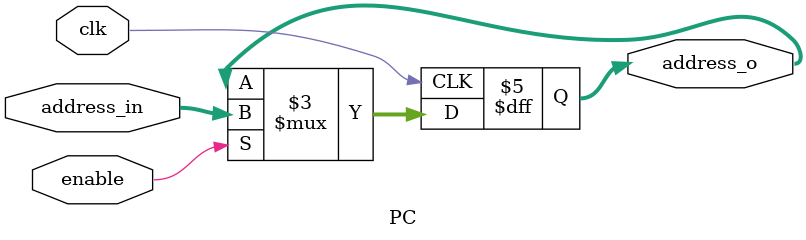
<source format=v>
module PC(
    input clk,
    input [31:0]address_in,
    input enable,

    output reg [31:0]address_o
);
initial begin
    address_o = 32'b0;
end

always@(posedge clk)begin
    if(enable)begin
    address_o <= address_in;
    end
end
// assign address_o = enable ? address_in:address_o;
endmodule

</source>
